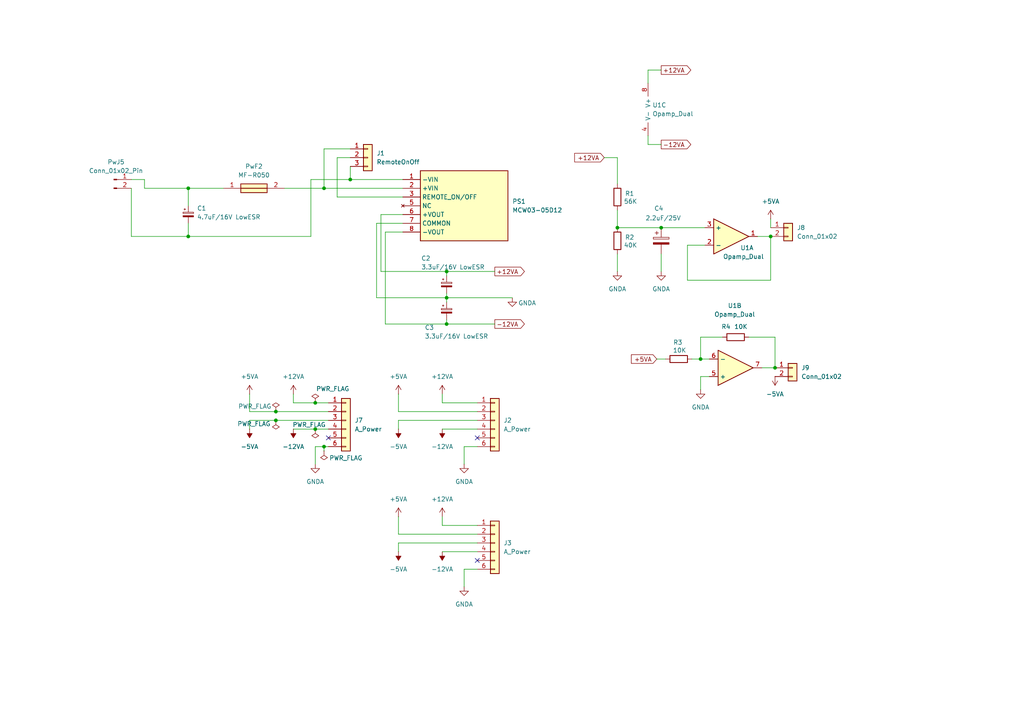
<source format=kicad_sch>
(kicad_sch (version 20231120) (generator "eeschema") (generator_version "8.0")
  (paper "A4")
  (lib_symbols
    (symbol "Connector:Conn_01x02_Pin" (pin_names (offset 1.016) hide)
      (property "Reference" "J" (at 0 2.54 0))
      (property "Value" "Conn_01x02_Pin" (at 0 -5.08 0))
      (symbol "Conn_01x02_Pin_1_1"
        (polyline (pts (xy 1.27 -2.54) (xy 0.8636 -2.54)) (stroke (width 0.1524)))
        (polyline (pts (xy 1.27 0) (xy 0.8636 0)) (stroke (width 0.1524)))
        (rectangle (start 0.8636 -2.413) (end 0 -2.667) (stroke (width 0.1524)) (fill (type outline)))
        (rectangle (start 0.8636 0.127) (end 0 -0.127) (stroke (width 0.1524)) (fill (type outline)))
        (pin passive line (at 5.08 0 180) (length 3.81) (name "Pin_1") (number "1"))
        (pin passive line (at 5.08 -2.54 180) (length 3.81) (name "Pin_2") (number "2"))
      )
    )
    (symbol "Connector_Generic:Conn_01x02" (pin_names (offset 1.016) hide)
      (property "Reference" "J" (at 0 2.54 0))
      (property "Value" "Conn_01x02" (at 0 -5.08 0))
      (symbol "Conn_01x02_1_1"
        (rectangle (start -1.27 -2.413) (end 0 -2.667) (stroke (width 0.1524)))
        (rectangle (start -1.27 0.127) (end 0 -0.127) (stroke (width 0.1524)))
        (rectangle (start -1.27 1.27) (end 1.27 -3.81) (stroke (width 0.254)) (fill (type background)))
        (pin passive line (at -5.08 0 0) (length 3.81) (name "Pin_1") (number "1"))
        (pin passive line (at -5.08 -2.54 0) (length 3.81) (name "Pin_2") (number "2"))
      )
    )
    (symbol "Connector_Generic:Conn_01x03" (pin_names (offset 1.016) hide)
      (property "Reference" "J" (at 0 5.08 0))
      (property "Value" "Conn_01x03" (at 0 -5.08 0))
      (symbol "Conn_01x03_1_1"
        (rectangle (start -1.27 -2.413) (end 0 -2.667) (stroke (width 0.1524)))
        (rectangle (start -1.27 0.127) (end 0 -0.127) (stroke (width 0.1524)))
        (rectangle (start -1.27 2.667) (end 0 2.413) (stroke (width 0.1524)))
        (rectangle (start -1.27 3.81) (end 1.27 -3.81) (stroke (width 0.254)) (fill (type background)))
        (pin passive line (at -5.08 2.54 0) (length 3.81) (name "Pin_1") (number "1"))
        (pin passive line (at -5.08 0 0) (length 3.81) (name "Pin_2") (number "2"))
        (pin passive line (at -5.08 -2.54 0) (length 3.81) (name "Pin_3") (number "3"))
      )
    )
    (symbol "Connector_Generic:Conn_01x06" (pin_names (offset 1.016) hide)
      (property "Reference" "J" (at 0 7.62 0))
      (property "Value" "Conn_01x06" (at 0 -10.16 0))
      (symbol "Conn_01x06_1_1"
        (rectangle (start -1.27 -7.493) (end 0 -7.747) (stroke (width 0.1524)))
        (rectangle (start -1.27 -4.953) (end 0 -5.207) (stroke (width 0.1524)))
        (rectangle (start -1.27 -2.413) (end 0 -2.667) (stroke (width 0.1524)))
        (rectangle (start -1.27 0.127) (end 0 -0.127) (stroke (width 0.1524)))
        (rectangle (start -1.27 2.667) (end 0 2.413) (stroke (width 0.1524)))
        (rectangle (start -1.27 5.207) (end 0 4.953) (stroke (width 0.1524)))
        (rectangle (start -1.27 6.35) (end 1.27 -8.89) (stroke (width 0.254)) (fill (type background)))
        (pin passive line (at -5.08 5.08 0) (length 3.81) (name "Pin_1") (number "1"))
        (pin passive line (at -5.08 2.54 0) (length 3.81) (name "Pin_2") (number "2"))
        (pin passive line (at -5.08 0 0) (length 3.81) (name "Pin_3") (number "3"))
        (pin passive line (at -5.08 -2.54 0) (length 3.81) (name "Pin_4") (number "4"))
        (pin passive line (at -5.08 -5.08 0) (length 3.81) (name "Pin_5") (number "5"))
        (pin passive line (at -5.08 -7.62 0) (length 3.81) (name "Pin_6") (number "6"))
      )
    )
    (symbol "Device:C_Polarized" (pin_numbers hide) (pin_names (offset 0.254))
      (property "Reference" "C" (at 0.635 2.54 0))
      (property "Value" "C_Polarized" (at 0.635 -2.54 0))
      (symbol "C_Polarized_0_1"
        (rectangle (start -2.286 0.508) (end 2.286 1.016))
        (polyline (pts (xy -1.778 2.286) (xy -0.762 2.286)))
        (polyline (pts (xy -1.27 2.794) (xy -1.27 1.778)))
        (rectangle (start 2.286 -0.508) (end -2.286 -1.016) (fill (type outline)))
      )
      (symbol "C_Polarized_1_1"
        (pin passive line (at 0 3.81 270) (length 2.794) (name "~") (number "1"))
        (pin passive line (at 0 -3.81 90) (length 2.794) (name "~") (number "2"))
      )
    )
    (symbol "Device:C_Polarized_Small" (pin_numbers hide) (pin_names (offset 0.254) hide)
      (property "Reference" "C" (at 0.254 1.778 0))
      (property "Value" "C_Polarized_Small" (at 0.254 -2.032 0))
      (symbol "C_Polarized_Small_0_1"
        (rectangle (start -1.524 -0.3048) (end 1.524 -0.6858) (fill (type outline)))
        (rectangle (start -1.524 0.6858) (end 1.524 0.3048))
        (polyline (pts (xy -1.27 1.524) (xy -0.762 1.524)))
        (polyline (pts (xy -1.016 1.27) (xy -1.016 1.778)))
      )
      (symbol "C_Polarized_Small_1_1"
        (pin passive line (at 0 2.54 270) (length 1.8542) (name "~") (number "1"))
        (pin passive line (at 0 -2.54 90) (length 1.8542) (name "~") (number "2"))
      )
    )
    (symbol "Device:Opamp_Dual"
      (property "Reference" "U" (at 0 5.08 0))
      (property "Value" "Opamp_Dual" (at 0 -5.08 0))
      (symbol "Opamp_Dual_1_1"
        (polyline (pts (xy -5.08 5.08) (xy 5.08 0) (xy -5.08 -5.08) (xy -5.08 5.08)) (stroke (width 0.254)) (fill (type background)))
        (pin output line (at 7.62 0 180) (length 2.54) (name "~") (number "1"))
        (pin input line (at -7.62 -2.54 0) (length 2.54) (name "-") (number "2"))
        (pin input line (at -7.62 2.54 0) (length 2.54) (name "+") (number "3"))
      )
      (symbol "Opamp_Dual_2_1"
        (polyline (pts (xy -5.08 5.08) (xy 5.08 0) (xy -5.08 -5.08) (xy -5.08 5.08)) (stroke (width 0.254)) (fill (type background)))
        (pin input line (at -7.62 2.54 0) (length 2.54) (name "+") (number "5"))
        (pin input line (at -7.62 -2.54 0) (length 2.54) (name "-") (number "6"))
        (pin output line (at 7.62 0 180) (length 2.54) (name "~") (number "7"))
      )
      (symbol "Opamp_Dual_3_1"
        (pin power_in line (at -2.54 -7.62 90) (length 3.81) (name "V-") (number "4"))
        (pin power_in line (at -2.54 7.62 270) (length 3.81) (name "V+") (number "8"))
      )
    )
    (symbol "Device:R" (pin_numbers hide) (pin_names (offset 0))
      (property "Reference" "R" (at 2.032 0 90))
      (property "Value" "R" (at 0 0 90))
      (symbol "R_0_1"
        (rectangle (start -1.016 -2.54) (end 1.016 2.54) (stroke (width 0.254)))
      )
      (symbol "R_1_1"
        (pin passive line (at 0 3.81 270) (length 1.27) (name "~") (number "1"))
        (pin passive line (at 0 -3.81 90) (length 1.27) (name "~") (number "2"))
      )
    )
    (symbol "SamacSys_Parts:MCW03-05D12"
      (property "Reference" "PS" (at 31.75 7.62 0))
      (property "Value" "MCW03-05D12" (at 31.75 5.08 0))
      (symbol "MCW03-05D12_1_1"
        (rectangle (start 5.08 2.54) (end 30.48 -17.78) (stroke (width 0.254)) (fill (type background)))
        (pin passive line (at 0 0 0) (length 5.08) (name "-VIN") (number "1"))
        (pin passive line (at 0 -2.54 0) (length 5.08) (name "+VIN") (number "2"))
        (pin passive line (at 0 -5.08 0) (length 5.08) (name "REMOTE_ON/OFF") (number "3"))
        (pin no_connect line (at 0 -7.62 0) (length 5.08) (name "NC") (number "5"))
        (pin passive line (at 0 -10.16 0) (length 5.08) (name "+VOUT") (number "6"))
        (pin passive line (at 0 -12.7 0) (length 5.08) (name "COMMON") (number "7"))
        (pin passive line (at 0 -15.24 0) (length 5.08) (name "-VOUT") (number "8"))
      )
    )
    (symbol "SamacSys_Parts:MF-R050" (pin_names hide)
      (property "Reference" "F" (at 13.97 6.35 0))
      (property "Value" "MF-R050" (at 13.97 3.81 0))
      (symbol "MF-R050_1_1"
        (polyline (pts (xy 5.08 0) (xy 12.7 0)) (stroke (width 0.254)))
        (rectangle (start 5.08 1.27) (end 12.7 -1.27) (stroke (width 0.254)) (fill (type background)))
        (pin passive line (at 0 0 0) (length 5.08) (name "1") (number "1"))
        (pin passive line (at 17.78 0 180) (length 5.08) (name "2") (number "2"))
      )
    )
    (symbol "power:+12VA" (power) (pin_numbers hide) (pin_names (offset 0) hide)
      (property "Value" "+12VA" (at 0 3.556 0))
      (symbol "+12VA_0_1"
        (polyline (pts (xy -0.762 1.27) (xy 0 2.54)))
        (polyline (pts (xy 0 0) (xy 0 2.54)))
        (polyline (pts (xy 0 2.54) (xy 0.762 1.27)))
      )
      (symbol "+12VA_1_1"
        (pin power_in line (at 0 0 90) (length 0) (name "~") (number "1"))
      )
    )
    (symbol "power:+5VA" (power) (pin_numbers hide) (pin_names (offset 0) hide)
      (property "Value" "+5VA" (at 0 3.556 0))
      (symbol "+5VA_0_1"
        (polyline (pts (xy -0.762 1.27) (xy 0 2.54)))
        (polyline (pts (xy 0 0) (xy 0 2.54)))
        (polyline (pts (xy 0 2.54) (xy 0.762 1.27)))
      )
      (symbol "+5VA_1_1"
        (pin power_in line (at 0 0 90) (length 0) (name "~") (number "1"))
      )
    )
    (symbol "power:-12VA" (power) (pin_numbers hide) (pin_names (offset 0) hide)
      (property "Value" "-12VA" (at 0 3.556 0))
      (symbol "-12VA_0_0"
        (pin power_in line (at 0 0 90) (length 0) (name "~") (number "1"))
      )
      (symbol "-12VA_0_1"
        (polyline (pts (xy 0 0) (xy 0 1.27) (xy 0.762 1.27) (xy 0 2.54) (xy -0.762 1.27) (xy 0 1.27)) (fill (type outline)))
      )
    )
    (symbol "power:-5VA" (power) (pin_numbers hide) (pin_names (offset 0) hide)
      (property "Value" "-5VA" (at 0 3.556 0))
      (symbol "-5VA_0_0"
        (pin power_in line (at 0 0 90) (length 0) (name "~") (number "1"))
      )
      (symbol "-5VA_0_1"
        (polyline (pts (xy 0 0) (xy 0 1.27) (xy 0.762 1.27) (xy 0 2.54) (xy -0.762 1.27) (xy 0 1.27)) (fill (type outline)))
      )
    )
    (symbol "power:GNDA" (power) (pin_numbers hide) (pin_names (offset 0) hide)
      (property "Value" "GNDA" (at 0 -3.81 0))
      (symbol "GNDA_0_1"
        (polyline (pts (xy 0 0) (xy 0 -1.27) (xy 1.27 -1.27) (xy 0 -2.54) (xy -1.27 -1.27) (xy 0 -1.27)))
      )
      (symbol "GNDA_1_1"
        (pin power_in line (at 0 0 270) (length 0) (name "~") (number "1"))
      )
    )
    (symbol "power:PWR_FLAG" (power) (pin_numbers hide) (pin_names (offset 0) hide)
      (property "Value" "PWR_FLAG" (at 0 3.81 0))
      (symbol "PWR_FLAG_0_0"
        (pin power_out line (at 0 0 90) (length 0) (name "~") (number "1"))
      )
      (symbol "PWR_FLAG_0_1"
        (polyline (pts (xy 0 0) (xy 0 1.27) (xy -1.016 1.905) (xy 0 2.54) (xy 1.016 1.905) (xy 0 1.27)))
      )
    )
  )
  (junction (at 224.79 106.68))
  (junction (at 101.6 52.07))
  (junction (at 223.52 68.58))
  (junction (at 91.44 124.46))
  (junction (at 129.54 78.74))
  (junction (at 80.01 121.92))
  (junction (at 203.2 104.14))
  (junction (at 191.77 66.04))
  (junction (at 179.07 66.04))
  (junction (at 91.44 116.84))
  (junction (at 93.98 54.61))
  (junction (at 129.54 93.98))
  (junction (at 93.98 129.54))
  (junction (at 80.01 119.38))
  (junction (at 129.54 86.36))
  (junction (at 54.61 54.61))
  (junction (at 54.61 68.58))
  (no_connect (at 95.25 127))
  (no_connect (at 138.43 127))
  (no_connect (at 138.43 162.56))
  (wire (pts (xy 128.27 160.02) (xy 138.43 160.02)))
  (wire (pts (xy 93.98 130.81) (xy 93.98 129.54)))
  (wire (pts (xy 115.57 157.48) (xy 115.57 160.02)))
  (wire (pts (xy 128.27 152.4) (xy 138.43 152.4)))
  (wire (pts (xy 110.49 62.23) (xy 116.84 62.23)))
  (wire (pts (xy 200.66 104.14) (xy 203.2 104.14)))
  (wire (pts (xy 85.09 116.84) (xy 85.09 114.3)))
  (wire (pts (xy 134.62 165.1) (xy 138.43 165.1)))
  (wire (pts (xy 41.91 54.61) (xy 41.91 52.07)))
  (wire (pts (xy 191.77 41.91) (xy 187.96 41.91)))
  (wire (pts (xy 129.54 80.01) (xy 129.54 78.74)))
  (wire (pts (xy 224.79 106.68) (xy 220.98 106.68)))
  (wire (pts (xy 199.39 81.28) (xy 223.52 81.28)))
  (wire (pts (xy 204.47 71.12) (xy 199.39 71.12)))
  (wire (pts (xy 91.44 129.54) (xy 91.44 134.62)))
  (wire (pts (xy 111.76 93.98) (xy 129.54 93.98)))
  (wire (pts (xy 90.17 52.07) (xy 101.6 52.07)))
  (wire (pts (xy 191.77 73.66) (xy 191.77 78.74)))
  (wire (pts (xy 187.96 41.91) (xy 187.96 39.37)))
  (wire (pts (xy 97.79 57.15) (xy 97.79 45.72)))
  (wire (pts (xy 115.57 121.92) (xy 138.43 121.92)))
  (wire (pts (xy 101.6 52.07) (xy 116.84 52.07)))
  (wire (pts (xy 187.96 20.32) (xy 187.96 24.13)))
  (wire (pts (xy 115.57 157.48) (xy 138.43 157.48)))
  (wire (pts (xy 54.61 64.77) (xy 54.61 68.58)))
  (wire (pts (xy 128.27 124.46) (xy 138.43 124.46)))
  (wire (pts (xy 91.44 116.84) (xy 85.09 116.84)))
  (wire (pts (xy 134.62 129.54) (xy 134.62 134.62)))
  (wire (pts (xy 109.22 64.77) (xy 109.22 86.36)))
  (wire (pts (xy 129.54 86.36) (xy 129.54 87.63)))
  (wire (pts (xy 134.62 129.54) (xy 138.43 129.54)))
  (wire (pts (xy 95.25 119.38) (xy 80.01 119.38)))
  (wire (pts (xy 128.27 116.84) (xy 138.43 116.84)))
  (wire (pts (xy 129.54 78.74) (xy 110.49 78.74)))
  (wire (pts (xy 115.57 154.94) (xy 138.43 154.94)))
  (wire (pts (xy 179.07 73.66) (xy 179.07 78.74)))
  (wire (pts (xy 128.27 152.4) (xy 128.27 149.86)))
  (wire (pts (xy 54.61 54.61) (xy 54.61 59.69)))
  (wire (pts (xy 209.55 97.79) (xy 203.2 97.79)))
  (wire (pts (xy 111.76 67.31) (xy 111.76 93.98)))
  (wire (pts (xy 203.2 97.79) (xy 203.2 104.14)))
  (wire (pts (xy 72.39 119.38) (xy 72.39 114.3)))
  (wire (pts (xy 85.09 124.46) (xy 91.44 124.46)))
  (wire (pts (xy 217.17 97.79) (xy 224.79 97.79)))
  (wire (pts (xy 223.52 66.04) (xy 223.52 63.5)))
  (wire (pts (xy 116.84 67.31) (xy 111.76 67.31)))
  (wire (pts (xy 93.98 129.54) (xy 91.44 129.54)))
  (wire (pts (xy 115.57 154.94) (xy 115.57 149.86)))
  (wire (pts (xy 109.22 86.36) (xy 129.54 86.36)))
  (wire (pts (xy 38.1 68.58) (xy 54.61 68.58)))
  (wire (pts (xy 179.07 66.04) (xy 191.77 66.04)))
  (wire (pts (xy 129.54 93.98) (xy 143.51 93.98)))
  (wire (pts (xy 95.25 121.92) (xy 80.01 121.92)))
  (wire (pts (xy 91.44 124.46) (xy 95.25 124.46)))
  (wire (pts (xy 205.74 109.22) (xy 203.2 109.22)))
  (wire (pts (xy 191.77 20.32) (xy 187.96 20.32)))
  (wire (pts (xy 93.98 54.61) (xy 116.84 54.61)))
  (wire (pts (xy 219.71 68.58) (xy 223.52 68.58)))
  (wire (pts (xy 199.39 71.12) (xy 199.39 81.28)))
  (wire (pts (xy 128.27 116.84) (xy 128.27 114.3)))
  (wire (pts (xy 129.54 86.36) (xy 148.59 86.36)))
  (wire (pts (xy 101.6 43.18) (xy 93.98 43.18)))
  (wire (pts (xy 191.77 66.04) (xy 204.47 66.04)))
  (wire (pts (xy 90.17 68.58) (xy 90.17 52.07)))
  (wire (pts (xy 203.2 104.14) (xy 205.74 104.14)))
  (wire (pts (xy 80.01 121.92) (xy 72.39 121.92)))
  (wire (pts (xy 95.25 129.54) (xy 93.98 129.54)))
  (wire (pts (xy 115.57 119.38) (xy 138.43 119.38)))
  (wire (pts (xy 134.62 165.1) (xy 134.62 170.18)))
  (wire (pts (xy 129.54 92.71) (xy 129.54 93.98)))
  (wire (pts (xy 95.25 116.84) (xy 91.44 116.84)))
  (wire (pts (xy 115.57 121.92) (xy 115.57 124.46)))
  (wire (pts (xy 179.07 60.96) (xy 179.07 66.04)))
  (wire (pts (xy 129.54 86.36) (xy 129.54 85.09)))
  (wire (pts (xy 116.84 57.15) (xy 97.79 57.15)))
  (wire (pts (xy 101.6 48.26) (xy 101.6 52.07)))
  (wire (pts (xy 190.5 104.14) (xy 193.04 104.14)))
  (wire (pts (xy 72.39 121.92) (xy 72.39 124.46)))
  (wire (pts (xy 223.52 81.28) (xy 223.52 68.58)))
  (wire (pts (xy 175.26 45.72) (xy 179.07 45.72)))
  (wire (pts (xy 224.79 97.79) (xy 224.79 106.68)))
  (wire (pts (xy 129.54 78.74) (xy 143.51 78.74)))
  (wire (pts (xy 203.2 109.22) (xy 203.2 113.03)))
  (wire (pts (xy 115.57 119.38) (xy 115.57 114.3)))
  (wire (pts (xy 179.07 45.72) (xy 179.07 53.34)))
  (wire (pts (xy 80.01 119.38) (xy 72.39 119.38)))
  (wire (pts (xy 41.91 54.61) (xy 54.61 54.61)))
  (wire (pts (xy 38.1 52.07) (xy 41.91 52.07)))
  (wire (pts (xy 54.61 54.61) (xy 64.77 54.61)))
  (wire (pts (xy 110.49 78.74) (xy 110.49 62.23)))
  (wire (pts (xy 97.79 45.72) (xy 101.6 45.72)))
  (wire (pts (xy 82.55 54.61) (xy 93.98 54.61)))
  (wire (pts (xy 93.98 43.18) (xy 93.98 54.61)))
  (wire (pts (xy 38.1 54.61) (xy 38.1 68.58)))
  (wire (pts (xy 54.61 68.58) (xy 90.17 68.58)))
  (wire (pts (xy 116.84 64.77) (xy 109.22 64.77)))
  (global_label "-12VA" (shape output) (at 143.51 93.98 0) (property "Intersheetrefs" "${INTERSHEET_REFS}" (effects (hide yes))))
  (global_label "+5VA" (shape input) (at 190.5 104.14 180) (property "Intersheetrefs" "${INTERSHEET_REFS}" (effects (hide yes))))
  (global_label "+12VA" (shape input) (at 175.26 45.72 180) (property "Intersheetrefs" "${INTERSHEET_REFS}" (effects (hide yes))))
  (global_label "-12VA" (shape output) (at 191.77 41.91 0) (property "Intersheetrefs" "${INTERSHEET_REFS}" (effects (hide yes))))
  (global_label "+12VA" (shape output) (at 191.77 20.32 0) (property "Intersheetrefs" "${INTERSHEET_REFS}" (effects (hide yes))))
  (global_label "+12VA" (shape output) (at 143.51 78.74 0) (property "Intersheetrefs" "${INTERSHEET_REFS}" (effects (hide yes))))
  (symbol (lib_id "power:-12VA") (at 85.09 124.46 180) (unit 1)
    (property "Reference" "#PWR025" (effects (hide yes)))
    (property "Value" "-12VA" (at 85.09 129.54 0))
    (property "Description" "Power symbol creates a global label with name \"-12VA\"" (effects (hide yes)))
  )
  (symbol (lib_id "Device:Opamp_Dual") (at 212.09 68.58 0) (unit 1)
    (property "Reference" "U1" (at 216.662 71.882 0))
    (property "Value" "Opamp_Dual" (at 215.646 74.422 0))
    (property "Footprint" "Package_SO:SOIC-8_3.9x4.9mm_P1.27mm" (effects (hide yes)))
    (property "Description" "Dual operational amplifier" (effects (hide yes)))
    (property "Sim.Library" "${KICAD7_SYMBOL_DIR}/Simulation_SPICE.sp" (effects (hide yes)))
    (property "Sim.Name" "kicad_builtin_opamp_dual" (effects (hide yes)))
    (property "Sim.Device" "SUBCKT" (effects (hide yes)))
    (property "Sim.Pins" "1=out1 2=in1- 3=in1+ 4=vee 5=in2+ 6=in2- 7=out2 8=vcc" (effects (hide yes)))
  )
  (symbol (lib_id "power:+5VA") (at 224.79 109.22 180) (unit 1)
    (property "Reference" "#PWR028" (effects (hide yes)))
    (property "Value" "-5VA" (at 224.79 114.3 0))
    (property "Description" "Power symbol creates a global label with name \"+5VA\"" (effects (hide yes)))
  )
  (symbol (lib_id "Device:R") (at 179.07 57.15 180) (unit 1)
    (property "Reference" "R1" (at 182.626 56.134 0))
    (property "Value" "56K" (at 182.88 58.42 0))
    (property "Footprint" "Resistor_THT:R_Axial_DIN0207_L6.3mm_D2.5mm_P2.54mm_Vertical" (effects (hide yes)))
    (property "Description" "Resistor" (effects (hide yes)))
  )
  (symbol (lib_id "Device:Opamp_Dual") (at 190.5 31.75 0) (unit 3)
    (property "Reference" "U1" (at 189.23 30.4799 0) (effects (justify left)))
    (property "Value" "Opamp_Dual" (at 189.23 33.0199 0) (effects (justify left)))
    (property "Footprint" "Package_SO:SOIC-8_3.9x4.9mm_P1.27mm" (effects (hide yes)))
    (property "Description" "Dual operational amplifier" (effects (hide yes)))
    (property "Sim.Library" "${KICAD7_SYMBOL_DIR}/Simulation_SPICE.sp" (effects (hide yes)))
    (property "Sim.Name" "kicad_builtin_opamp_dual" (effects (hide yes)))
    (property "Sim.Device" "SUBCKT" (effects (hide yes)))
    (property "Sim.Pins" "1=out1 2=in1- 3=in1+ 4=vee 5=in2+ 6=in2- 7=out2 8=vcc" (effects (hide yes)))
  )
  (symbol (lib_id "Connector_Generic:Conn_01x06") (at 143.51 157.48 0) (unit 1)
    (property "Reference" "J3" (at 146.05 157.4799 0) (effects (justify left)))
    (property "Value" "A_Power" (at 146.05 160.0199 0) (effects (justify left)))
    (property "Footprint" "Connector_PinHeader_2.54mm:PinHeader_1x06_P2.54mm_Vertical" (effects (hide yes)))
    (property "Description" "Generic connector, single row, 01x06, script generated (kicad-library-utils/schlib/autogen/connector/)" (effects (hide yes)))
  )
  (symbol (lib_id "Device:C_Polarized_Small") (at 129.54 90.17 0) (unit 1)
    (property "Reference" "C3" (at 123.19 94.996 0) (effects (justify left)))
    (property "Value" "3.3uF/16V LowESR" (at 123.19 97.536 0) (effects (justify left)))
    (property "Footprint" "Capacitor_THT:CP_Radial_D5.0mm_P2.50mm" (effects (hide yes)))
    (property "Description" "Polarized capacitor, small symbol" (effects (hide yes)))
  )
  (symbol (lib_id "power:PWR_FLAG") (at 91.44 124.46 180) (unit 1)
    (property "Reference" "#FLG025" (effects (hide yes)))
    (property "Value" "PWR_FLAG" (at 89.662 123.19 0))
    (property "Description" "Special symbol for telling ERC where power comes from" (effects (hide yes)))
  )
  (symbol (lib_id "power:GNDA") (at 203.2 113.03 0) (unit 1)
    (property "Reference" "#PWR04" (effects (hide yes)))
    (property "Value" "GNDA" (at 203.2 118.11 0))
    (property "Description" "Power symbol creates a global label with name \"GNDA\" , analog ground" (effects (hide yes)))
  )
  (symbol (lib_id "power:-5VA") (at 115.57 124.46 180) (unit 1)
    (property "Reference" "#PWR06" (effects (hide yes)))
    (property "Value" "-5VA" (at 115.57 129.54 0))
    (property "Description" "Power symbol creates a global label with name \"-5VA\"" (effects (hide yes)))
  )
  (symbol (lib_id "power:-5VA") (at 72.39 124.46 180) (unit 1)
    (property "Reference" "#PWR023" (effects (hide yes)))
    (property "Value" "-5VA" (at 72.39 129.54 0))
    (property "Description" "Power symbol creates a global label with name \"-5VA\"" (effects (hide yes)))
  )
  (symbol (lib_id "SamacSys_Parts:MF-R050") (at 64.77 54.61 0) (unit 1)
    (property "Reference" "PwF2" (at 73.66 48.26 0))
    (property "Value" "MF-R050" (at 73.66 50.8 0))
    (property "Footprint" "SamacSys_Parts:MFR050" (effects (hide yes)))
    (property "Datasheet" "https://www.bourns.com/pdfs/mfr.pdf" (effects (hide yes)))
    (property "Description" "Bourns 0.5A Hold current, Radial Leaded PCB Mount Resettable Fuse, 60V" (effects (hide yes)))
    (property "Height" "13.7" (effects (hide yes)))
    (property "Manufacturer_Name" "Bourns" (effects (hide yes)))
    (property "Manufacturer_Part_Number" "MF-R050" (effects (hide yes)))
    (property "Mouser Part Number" "652-MFR050" (effects (hide yes)))
    (property "Mouser Price/Stock" "https://www.mouser.co.uk/ProductDetail/Bourns/MF-R050?qs=A6omU7D3gEWzJRzbTsuTwA%3D%3D" (effects (hide yes)))
    (property "Arrow Part Number" "MF-R050" (effects (hide yes)))
    (property "Arrow Price/Stock" "https://www.arrow.com/en/products/mf-r050/bourns?region=europe" (effects (hide yes)))
  )
  (symbol (lib_id "power:-12VA") (at 128.27 124.46 180) (unit 1)
    (property "Reference" "#PWR08" (effects (hide yes)))
    (property "Value" "-12VA" (at 128.27 129.54 0))
    (property "Description" "Power symbol creates a global label with name \"-12VA\"" (effects (hide yes)))
  )
  (symbol (lib_id "Device:C_Polarized_Small") (at 129.54 82.55 0) (unit 1)
    (property "Reference" "C2" (at 122.174 74.93 0) (effects (justify left)))
    (property "Value" "3.3uF/16V LowESR" (at 122.174 77.47 0) (effects (justify left)))
    (property "Footprint" "Capacitor_THT:CP_Radial_D5.0mm_P2.50mm" (effects (hide yes)))
    (property "Description" "Polarized capacitor, small symbol" (effects (hide yes)))
  )
  (symbol (lib_id "Connector_Generic:Conn_01x02") (at 228.6 66.04 0) (unit 1)
    (property "Reference" "J8" (at 231.14 66.0399 0) (effects (justify left)))
    (property "Value" "Conn_01x02" (at 231.14 68.5799 0) (effects (justify left)))
    (property "Footprint" "Connector_PinHeader_2.54mm:PinHeader_1x02_P2.54mm_Vertical" (effects (hide yes)))
    (property "Description" "Generic connector, single row, 01x02, script generated (kicad-library-utils/schlib/autogen/connector/)" (effects (hide yes)))
  )
  (symbol (lib_id "power:GNDA") (at 134.62 134.62 0) (unit 1)
    (property "Reference" "#PWR09" (effects (hide yes)))
    (property "Value" "GNDA" (at 134.62 139.7 0))
    (property "Description" "Power symbol creates a global label with name \"GNDA\" , analog ground" (effects (hide yes)))
  )
  (symbol (lib_id "Connector_Generic:Conn_01x02") (at 229.87 106.68 0) (unit 1)
    (property "Reference" "J9" (at 232.41 106.6799 0) (effects (justify left)))
    (property "Value" "Conn_01x02" (at 232.41 109.2199 0) (effects (justify left)))
    (property "Footprint" "Connector_PinHeader_2.54mm:PinHeader_1x02_P2.54mm_Vertical" (effects (hide yes)))
    (property "Description" "Generic connector, single row, 01x02, script generated (kicad-library-utils/schlib/autogen/connector/)" (effects (hide yes)))
  )
  (symbol (lib_id "power:GNDA") (at 91.44 134.62 0) (unit 1)
    (property "Reference" "#PWR026" (effects (hide yes)))
    (property "Value" "GNDA" (at 91.44 139.7 0))
    (property "Description" "Power symbol creates a global label with name \"GNDA\" , analog ground" (effects (hide yes)))
  )
  (symbol (lib_id "power:GNDA") (at 148.59 86.36 0) (unit 1)
    (property "Reference" "#PWR015" (effects (hide yes)))
    (property "Value" "GNDA" (at 152.908 87.884 0))
    (property "Description" "Power symbol creates a global label with name \"GNDA\" , analog ground" (effects (hide yes)))
  )
  (symbol (lib_id "Device:R") (at 196.85 104.14 270) (unit 1)
    (property "Reference" "R3" (at 196.596 99.314 90))
    (property "Value" "10K" (at 197.104 101.6 90))
    (property "Footprint" "Resistor_THT:R_Axial_DIN0207_L6.3mm_D2.5mm_P2.54mm_Vertical" (effects (hide yes)))
    (property "Description" "Resistor" (effects (hide yes)))
  )
  (symbol (lib_id "power:PWR_FLAG") (at 91.44 116.84 0) (unit 1)
    (property "Reference" "#FLG024" (effects (hide yes)))
    (property "Value" "PWR_FLAG" (at 96.52 112.776 0))
    (property "Description" "Special symbol for telling ERC where power comes from" (effects (hide yes)))
  )
  (symbol (lib_id "SamacSys_Parts:MCW03-05D12") (at 116.84 52.07 0) (unit 1)
    (property "Reference" "PS1" (at 148.59 58.4199 0) (effects (justify left)))
    (property "Value" "MCW03-05D12" (at 148.59 60.9599 0) (effects (justify left)))
    (property "Footprint" "MCW0305D12" (effects (hide yes)))
    (property "Datasheet" "https://www.minmaxpower.com/storage/media/Product-MINMAX/MCW03/MCW03_Datasheet.pdf" (effects (hide yes)))
    (property "Description" "The MCW03 series is a range of isolated 3W DC-DC converter modules featuring fully regulated output and wide 2:1 input voltage ranges. The product comes in a SIP-8 package with a very small footprint occupying only 0.3 square in. on the PCB." (effects (hide yes)))
    (property "Height" "11.7" (effects (hide yes)))
    (property "Manufacturer_Name" "Minmax" (effects (hide yes)))
    (property "Manufacturer_Part_Number" "MCW03-05D12" (effects (hide yes)))
  )
  (symbol (lib_id "Connector_Generic:Conn_01x06") (at 100.33 121.92 0) (unit 1)
    (property "Reference" "J7" (at 102.87 121.9199 0) (effects (justify left)))
    (property "Value" "A_Power" (at 102.87 124.4599 0) (effects (justify left)))
    (property "Footprint" "Connector_PinHeader_2.54mm:PinHeader_1x06_P2.54mm_Vertical" (effects (hide yes)))
    (property "Description" "Generic connector, single row, 01x06, script generated (kicad-library-utils/schlib/autogen/connector/)" (effects (hide yes)))
  )
  (symbol (lib_id "power:+12VA") (at 85.09 114.3 0) (unit 1)
    (property "Reference" "#PWR024" (effects (hide yes)))
    (property "Value" "+12VA" (at 85.09 109.22 0))
    (property "Description" "Power symbol creates a global label with name \"+12VA\"" (effects (hide yes)))
  )
  (symbol (lib_id "power:+12VA") (at 128.27 149.86 0) (unit 1)
    (property "Reference" "#PWR012" (effects (hide yes)))
    (property "Value" "+12VA" (at 128.27 144.78 0))
    (property "Description" "Power symbol creates a global label with name \"+12VA\"" (effects (hide yes)))
  )
  (symbol (lib_id "Device:Opamp_Dual") (at 213.36 106.68 0) (mirror x) (unit 2)
    (property "Reference" "U1" (at 213.106 88.646 0))
    (property "Value" "Opamp_Dual" (at 213.106 91.186 0))
    (property "Footprint" "Package_SO:SOIC-8_3.9x4.9mm_P1.27mm" (effects (hide yes)))
    (property "Description" "Dual operational amplifier" (effects (hide yes)))
    (property "Sim.Library" "${KICAD7_SYMBOL_DIR}/Simulation_SPICE.sp" (effects (hide yes)))
    (property "Sim.Name" "kicad_builtin_opamp_dual" (effects (hide yes)))
    (property "Sim.Device" "SUBCKT" (effects (hide yes)))
    (property "Sim.Pins" "1=out1 2=in1- 3=in1+ 4=vee 5=in2+ 6=in2- 7=out2 8=vcc" (effects (hide yes)))
  )
  (symbol (lib_id "power:+5VA") (at 115.57 149.86 0) (unit 1)
    (property "Reference" "#PWR010" (effects (hide yes)))
    (property "Value" "+5VA" (at 115.57 144.78 0))
    (property "Description" "Power symbol creates a global label with name \"+5VA\"" (effects (hide yes)))
  )
  (symbol (lib_id "power:-12VA") (at 128.27 160.02 180) (unit 1)
    (property "Reference" "#PWR013" (effects (hide yes)))
    (property "Value" "-12VA" (at 128.27 165.1 0))
    (property "Description" "Power symbol creates a global label with name \"-12VA\"" (effects (hide yes)))
  )
  (symbol (lib_id "Connector:Conn_01x02_Pin") (at 33.02 52.07 0) (unit 1)
    (property "Reference" "PwJ5" (at 33.655 46.99 0))
    (property "Value" "Conn_01x02_Pin" (at 33.655 49.53 0))
    (property "Footprint" "Connector_PinHeader_2.54mm:PinHeader_1x02_P2.54mm_Vertical" (effects (hide yes)))
    (property "Description" "Generic connector, single row, 01x02, script generated" (effects (hide yes)))
  )
  (symbol (lib_id "Device:R") (at 179.07 69.85 180) (unit 1)
    (property "Reference" "R2" (at 182.626 68.834 0))
    (property "Value" "40K" (at 182.88 71.12 0))
    (property "Footprint" "Resistor_THT:R_Axial_DIN0207_L6.3mm_D2.5mm_P2.54mm_Vertical" (effects (hide yes)))
    (property "Description" "Resistor" (effects (hide yes)))
  )
  (symbol (lib_id "power:+5VA") (at 223.52 63.5 0) (unit 1)
    (property "Reference" "#PWR027" (effects (hide yes)))
    (property "Value" "+5VA" (at 223.52 58.42 0))
    (property "Description" "Power symbol creates a global label with name \"+5VA\"" (effects (hide yes)))
  )
  (symbol (lib_id "power:GNDA") (at 191.77 78.74 0) (unit 1)
    (property "Reference" "#PWR03" (effects (hide yes)))
    (property "Value" "GNDA" (at 191.77 83.82 0))
    (property "Description" "Power symbol creates a global label with name \"GNDA\" , analog ground" (effects (hide yes)))
  )
  (symbol (lib_id "power:+12VA") (at 128.27 114.3 0) (unit 1)
    (property "Reference" "#PWR07" (effects (hide yes)))
    (property "Value" "+12VA" (at 128.27 109.22 0))
    (property "Description" "Power symbol creates a global label with name \"+12VA\"" (effects (hide yes)))
  )
  (symbol (lib_id "Connector_Generic:Conn_01x03") (at 106.68 45.72 0) (unit 1)
    (property "Reference" "J1" (at 109.22 44.4499 0) (effects (justify left)))
    (property "Value" "RemoteOnOff" (at 109.22 46.9899 0) (effects (justify left)))
    (property "Footprint" "Connector_PinSocket_2.54mm:PinSocket_1x03_P2.54mm_Vertical" (effects (hide yes)))
    (property "Description" "Generic connector, single row, 01x03, script generated (kicad-library-utils/schlib/autogen/connector/)" (effects (hide yes)))
  )
  (symbol (lib_id "power:PWR_FLAG") (at 80.01 121.92 180) (unit 1)
    (property "Reference" "#FLG023" (effects (hide yes)))
    (property "Value" "PWR_FLAG" (at 73.66 122.936 0))
    (property "Description" "Special symbol for telling ERC where power comes from" (effects (hide yes)))
  )
  (symbol (lib_id "power:GNDA") (at 134.62 170.18 0) (unit 1)
    (property "Reference" "#PWR014" (effects (hide yes)))
    (property "Value" "GNDA" (at 134.62 175.26 0))
    (property "Description" "Power symbol creates a global label with name \"GNDA\" , analog ground" (effects (hide yes)))
  )
  (symbol (lib_id "Connector_Generic:Conn_01x06") (at 143.51 121.92 0) (unit 1)
    (property "Reference" "J2" (at 146.05 121.9199 0) (effects (justify left)))
    (property "Value" "A_Power" (at 146.05 124.4599 0) (effects (justify left)))
    (property "Footprint" "Connector_PinHeader_2.54mm:PinHeader_1x06_P2.54mm_Vertical" (effects (hide yes)))
    (property "Description" "Generic connector, single row, 01x06, script generated (kicad-library-utils/schlib/autogen/connector/)" (effects (hide yes)))
  )
  (symbol (lib_id "power:-5VA") (at 115.57 160.02 180) (unit 1)
    (property "Reference" "#PWR011" (effects (hide yes)))
    (property "Value" "-5VA" (at 115.57 165.1 0))
    (property "Description" "Power symbol creates a global label with name \"-5VA\"" (effects (hide yes)))
  )
  (symbol (lib_id "Device:R") (at 213.36 97.79 270) (unit 1)
    (property "Reference" "R4" (at 210.566 94.742 90))
    (property "Value" "10K" (at 214.884 94.742 90))
    (property "Footprint" "Resistor_THT:R_Axial_DIN0207_L6.3mm_D2.5mm_P2.54mm_Vertical" (effects (hide yes)))
    (property "Description" "Resistor" (effects (hide yes)))
  )
  (symbol (lib_id "power:+5VA") (at 115.57 114.3 0) (unit 1)
    (property "Reference" "#PWR05" (effects (hide yes)))
    (property "Value" "+5VA" (at 115.57 109.22 0))
    (property "Description" "Power symbol creates a global label with name \"+5VA\"" (effects (hide yes)))
  )
  (symbol (lib_id "power:PWR_FLAG") (at 80.01 119.38 0) (unit 1)
    (property "Reference" "#FLG022" (effects (hide yes)))
    (property "Value" "PWR_FLAG" (at 73.914 117.856 0))
    (property "Description" "Special symbol for telling ERC where power comes from" (effects (hide yes)))
  )
  (symbol (lib_id "Device:C_Polarized") (at 191.77 69.85 0) (unit 1)
    (property "Reference" "C4" (at 189.738 60.452 0) (effects (justify left)))
    (property "Value" "2.2uF/25V" (at 187.198 63.246 0) (effects (justify left)))
    (property "Footprint" "Capacitor_THT:CP_Radial_D5.0mm_P2.50mm" (effects (hide yes)))
    (property "Description" "Polarized capacitor" (effects (hide yes)))
  )
  (symbol (lib_id "power:GNDA") (at 179.07 78.74 0) (unit 1)
    (property "Reference" "#PWR02" (effects (hide yes)))
    (property "Value" "GNDA" (at 179.07 83.82 0))
    (property "Description" "Power symbol creates a global label with name \"GNDA\" , analog ground" (effects (hide yes)))
  )
  (symbol (lib_id "power:+5VA") (at 72.39 114.3 0) (unit 1)
    (property "Reference" "#PWR022" (effects (hide yes)))
    (property "Value" "+5VA" (at 72.39 109.22 0))
    (property "Description" "Power symbol creates a global label with name \"+5VA\"" (effects (hide yes)))
  )
  (symbol (lib_id "power:PWR_FLAG") (at 93.98 130.81 180) (unit 1)
    (property "Reference" "#FLG026" (effects (hide yes)))
    (property "Value" "PWR_FLAG" (at 100.33 132.842 0))
    (property "Description" "Special symbol for telling ERC where power comes from" (effects (hide yes)))
  )
  (symbol (lib_id "Device:C_Polarized_Small") (at 54.61 62.23 0) (unit 1)
    (property "Reference" "C1" (at 57.15 60.4138 0) (effects (justify left)))
    (property "Value" "4.7uF/16V LowESR" (at 57.15 62.9538 0) (effects (justify left)))
    (property "Footprint" "Capacitor_THT:CP_Radial_D5.0mm_P2.50mm" (effects (hide yes)))
    (property "Description" "Polarized capacitor, small symbol" (effects (hide yes)))
  )
)
</source>
